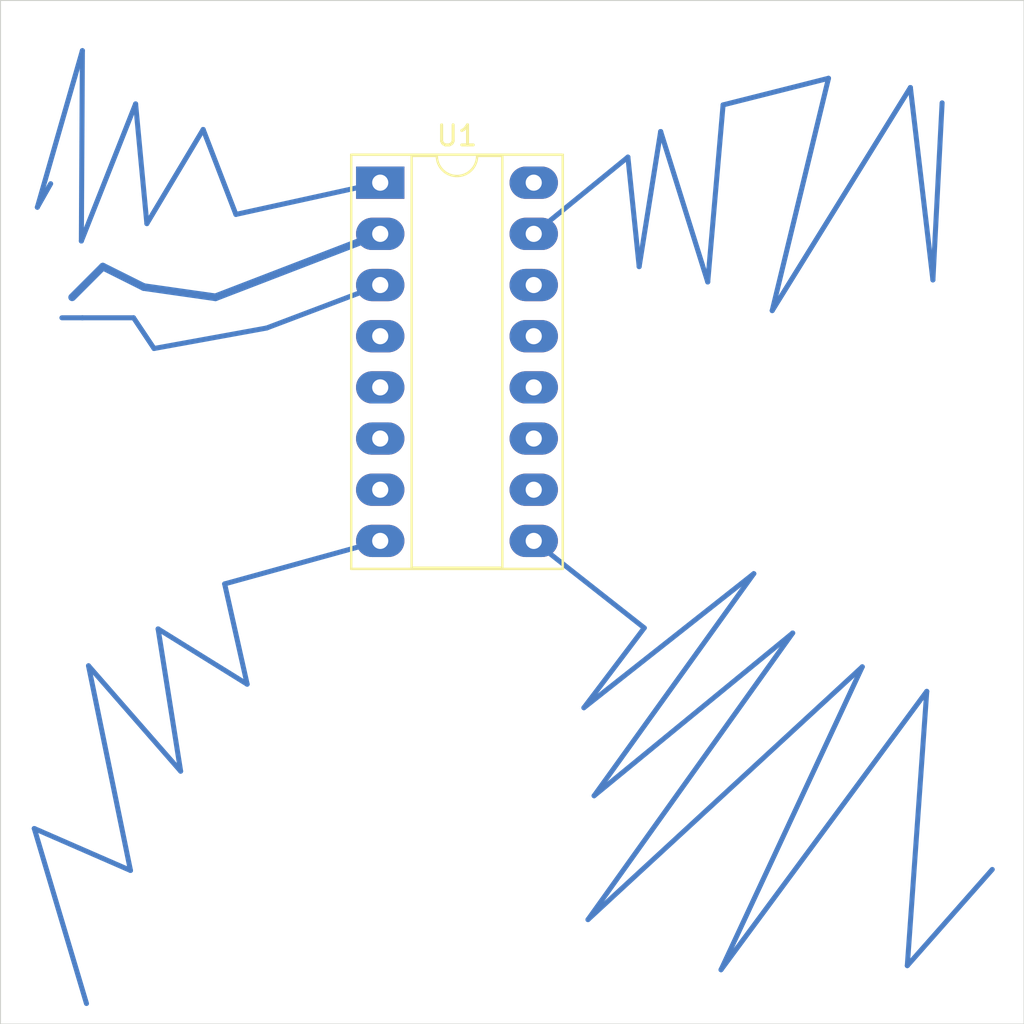
<source format=kicad_pcb>
(kicad_pcb (version 20171130) (host pcbnew "(5.1.4)-1")

  (general
    (thickness 1.6)
    (drawings 4)
    (tracks 46)
    (zones 0)
    (modules 1)
    (nets 17)
  )

  (page A4)
  (layers
    (0 F.Cu signal)
    (31 B.Cu signal)
    (32 B.Adhes user)
    (33 F.Adhes user)
    (34 B.Paste user)
    (35 F.Paste user)
    (36 B.SilkS user)
    (37 F.SilkS user)
    (38 B.Mask user)
    (39 F.Mask user)
    (40 Dwgs.User user)
    (41 Cmts.User user)
    (42 Eco1.User user)
    (43 Eco2.User user)
    (44 Edge.Cuts user)
    (45 Margin user)
    (46 B.CrtYd user)
    (47 F.CrtYd user)
    (48 B.Fab user)
    (49 F.Fab user)
  )

  (setup
    (last_trace_width 0.25)
    (user_trace_width 0.381)
    (trace_clearance 0.508)
    (zone_clearance 0.508)
    (zone_45_only no)
    (trace_min 0.2)
    (via_size 0.8)
    (via_drill 0.4)
    (via_min_size 0.4)
    (via_min_drill 0.3)
    (uvia_size 0.3)
    (uvia_drill 0.1)
    (uvias_allowed no)
    (uvia_min_size 0.2)
    (uvia_min_drill 0.1)
    (edge_width 0.05)
    (segment_width 0.2)
    (pcb_text_width 0.3)
    (pcb_text_size 1.5 1.5)
    (mod_edge_width 0.12)
    (mod_text_size 1 1)
    (mod_text_width 0.15)
    (pad_size 1.524 1.524)
    (pad_drill 0.762)
    (pad_to_mask_clearance 0.051)
    (solder_mask_min_width 0.25)
    (aux_axis_origin 0 0)
    (visible_elements FFFFFF7F)
    (pcbplotparams
      (layerselection 0x010fc_ffffffff)
      (usegerberextensions false)
      (usegerberattributes false)
      (usegerberadvancedattributes false)
      (creategerberjobfile false)
      (excludeedgelayer true)
      (linewidth 0.100000)
      (plotframeref false)
      (viasonmask false)
      (mode 1)
      (useauxorigin false)
      (hpglpennumber 1)
      (hpglpenspeed 20)
      (hpglpendiameter 15.000000)
      (psnegative false)
      (psa4output false)
      (plotreference true)
      (plotvalue true)
      (plotinvisibletext false)
      (padsonsilk false)
      (subtractmaskfromsilk false)
      (outputformat 1)
      (mirror false)
      (drillshape 1)
      (scaleselection 1)
      (outputdirectory ""))
  )

  (net 0 "")
  (net 1 "Net-(U1-Pad16)")
  (net 2 "Net-(U1-Pad15)")
  (net 3 "Net-(U1-Pad14)")
  (net 4 "Net-(U1-Pad13)")
  (net 5 "Net-(U1-Pad12)")
  (net 6 "Net-(U1-Pad11)")
  (net 7 "Net-(U1-Pad10)")
  (net 8 "Net-(U1-Pad9)")
  (net 9 "Net-(U1-Pad8)")
  (net 10 "Net-(U1-Pad7)")
  (net 11 "Net-(U1-Pad6)")
  (net 12 "Net-(U1-Pad5)")
  (net 13 "Net-(U1-Pad4)")
  (net 14 "Net-(U1-Pad3)")
  (net 15 "Net-(U1-Pad2)")
  (net 16 "Net-(U1-Pad1)")

  (net_class Default "This is the default net class."
    (clearance 0.508)
    (trace_width 0.25)
    (via_dia 0.8)
    (via_drill 0.4)
    (uvia_dia 0.3)
    (uvia_drill 0.1)
    (add_net "Net-(U1-Pad1)")
    (add_net "Net-(U1-Pad10)")
    (add_net "Net-(U1-Pad11)")
    (add_net "Net-(U1-Pad12)")
    (add_net "Net-(U1-Pad13)")
    (add_net "Net-(U1-Pad14)")
    (add_net "Net-(U1-Pad15)")
    (add_net "Net-(U1-Pad16)")
    (add_net "Net-(U1-Pad2)")
    (add_net "Net-(U1-Pad3)")
    (add_net "Net-(U1-Pad4)")
    (add_net "Net-(U1-Pad5)")
    (add_net "Net-(U1-Pad6)")
    (add_net "Net-(U1-Pad7)")
    (add_net "Net-(U1-Pad8)")
    (add_net "Net-(U1-Pad9)")
  )

  (module Package_DIP:DIP-16_W7.62mm_Socket_LongPads (layer F.Cu) (tedit 5A02E8C5) (tstamp 635F9643)
    (at 120.4468 59.8424)
    (descr "16-lead though-hole mounted DIP package, row spacing 7.62 mm (300 mils), Socket, LongPads")
    (tags "THT DIP DIL PDIP 2.54mm 7.62mm 300mil Socket LongPads")
    (path /63B0E840)
    (fp_text reference U1 (at 3.81 -2.33) (layer F.SilkS)
      (effects (font (size 1 1) (thickness 0.15)))
    )
    (fp_text value 4017 (at 3.81 20.11) (layer F.Fab)
      (effects (font (size 1 1) (thickness 0.15)))
    )
    (fp_text user %R (at 3.81 8.89) (layer F.Fab)
      (effects (font (size 1 1) (thickness 0.15)))
    )
    (fp_line (start 9.15 -1.6) (end -1.55 -1.6) (layer F.CrtYd) (width 0.05))
    (fp_line (start 9.15 19.4) (end 9.15 -1.6) (layer F.CrtYd) (width 0.05))
    (fp_line (start -1.55 19.4) (end 9.15 19.4) (layer F.CrtYd) (width 0.05))
    (fp_line (start -1.55 -1.6) (end -1.55 19.4) (layer F.CrtYd) (width 0.05))
    (fp_line (start 9.06 -1.39) (end -1.44 -1.39) (layer F.SilkS) (width 0.12))
    (fp_line (start 9.06 19.17) (end 9.06 -1.39) (layer F.SilkS) (width 0.12))
    (fp_line (start -1.44 19.17) (end 9.06 19.17) (layer F.SilkS) (width 0.12))
    (fp_line (start -1.44 -1.39) (end -1.44 19.17) (layer F.SilkS) (width 0.12))
    (fp_line (start 6.06 -1.33) (end 4.81 -1.33) (layer F.SilkS) (width 0.12))
    (fp_line (start 6.06 19.11) (end 6.06 -1.33) (layer F.SilkS) (width 0.12))
    (fp_line (start 1.56 19.11) (end 6.06 19.11) (layer F.SilkS) (width 0.12))
    (fp_line (start 1.56 -1.33) (end 1.56 19.11) (layer F.SilkS) (width 0.12))
    (fp_line (start 2.81 -1.33) (end 1.56 -1.33) (layer F.SilkS) (width 0.12))
    (fp_line (start 8.89 -1.33) (end -1.27 -1.33) (layer F.Fab) (width 0.1))
    (fp_line (start 8.89 19.11) (end 8.89 -1.33) (layer F.Fab) (width 0.1))
    (fp_line (start -1.27 19.11) (end 8.89 19.11) (layer F.Fab) (width 0.1))
    (fp_line (start -1.27 -1.33) (end -1.27 19.11) (layer F.Fab) (width 0.1))
    (fp_line (start 0.635 -0.27) (end 1.635 -1.27) (layer F.Fab) (width 0.1))
    (fp_line (start 0.635 19.05) (end 0.635 -0.27) (layer F.Fab) (width 0.1))
    (fp_line (start 6.985 19.05) (end 0.635 19.05) (layer F.Fab) (width 0.1))
    (fp_line (start 6.985 -1.27) (end 6.985 19.05) (layer F.Fab) (width 0.1))
    (fp_line (start 1.635 -1.27) (end 6.985 -1.27) (layer F.Fab) (width 0.1))
    (fp_arc (start 3.81 -1.33) (end 2.81 -1.33) (angle -180) (layer F.SilkS) (width 0.12))
    (pad 16 thru_hole oval (at 7.62 0) (size 2.4 1.6) (drill 0.8) (layers *.Cu *.Mask)
      (net 1 "Net-(U1-Pad16)"))
    (pad 8 thru_hole oval (at 0 17.78) (size 2.4 1.6) (drill 0.8) (layers *.Cu *.Mask)
      (net 9 "Net-(U1-Pad8)"))
    (pad 15 thru_hole oval (at 7.62 2.54) (size 2.4 1.6) (drill 0.8) (layers *.Cu *.Mask)
      (net 2 "Net-(U1-Pad15)"))
    (pad 7 thru_hole oval (at 0 15.24) (size 2.4 1.6) (drill 0.8) (layers *.Cu *.Mask)
      (net 10 "Net-(U1-Pad7)"))
    (pad 14 thru_hole oval (at 7.62 5.08) (size 2.4 1.6) (drill 0.8) (layers *.Cu *.Mask)
      (net 3 "Net-(U1-Pad14)"))
    (pad 6 thru_hole oval (at 0 12.7) (size 2.4 1.6) (drill 0.8) (layers *.Cu *.Mask)
      (net 11 "Net-(U1-Pad6)"))
    (pad 13 thru_hole oval (at 7.62 7.62) (size 2.4 1.6) (drill 0.8) (layers *.Cu *.Mask)
      (net 4 "Net-(U1-Pad13)"))
    (pad 5 thru_hole oval (at 0 10.16) (size 2.4 1.6) (drill 0.8) (layers *.Cu *.Mask)
      (net 12 "Net-(U1-Pad5)"))
    (pad 12 thru_hole oval (at 7.62 10.16) (size 2.4 1.6) (drill 0.8) (layers *.Cu *.Mask)
      (net 5 "Net-(U1-Pad12)"))
    (pad 4 thru_hole oval (at 0 7.62) (size 2.4 1.6) (drill 0.8) (layers *.Cu *.Mask)
      (net 13 "Net-(U1-Pad4)"))
    (pad 11 thru_hole oval (at 7.62 12.7) (size 2.4 1.6) (drill 0.8) (layers *.Cu *.Mask)
      (net 6 "Net-(U1-Pad11)"))
    (pad 3 thru_hole oval (at 0 5.08) (size 2.4 1.6) (drill 0.8) (layers *.Cu *.Mask)
      (net 14 "Net-(U1-Pad3)"))
    (pad 10 thru_hole oval (at 7.62 15.24) (size 2.4 1.6) (drill 0.8) (layers *.Cu *.Mask)
      (net 7 "Net-(U1-Pad10)"))
    (pad 2 thru_hole oval (at 0 2.54) (size 2.4 1.6) (drill 0.8) (layers *.Cu *.Mask)
      (net 15 "Net-(U1-Pad2)"))
    (pad 9 thru_hole oval (at 7.62 17.78) (size 2.4 1.6) (drill 0.8) (layers *.Cu *.Mask)
      (net 8 "Net-(U1-Pad9)"))
    (pad 1 thru_hole rect (at 0 0) (size 2.4 1.6) (drill 0.8) (layers *.Cu *.Mask)
      (net 16 "Net-(U1-Pad1)"))
    (model ${KISYS3DMOD}/Package_DIP.3dshapes/DIP-16_W7.62mm_Socket.wrl
      (at (xyz 0 0 0))
      (scale (xyz 1 1 1))
      (rotate (xyz 0 0 0))
    )
  )

  (gr_line (start 152.4 50.8) (end 101.6 50.8) (layer Edge.Cuts) (width 0.05) (tstamp 635F9585))
  (gr_line (start 152.4 101.6) (end 152.4 50.8) (layer Edge.Cuts) (width 0.05))
  (gr_line (start 101.6 101.6) (end 152.4 101.6) (layer Edge.Cuts) (width 0.05))
  (gr_line (start 101.6 50.8) (end 101.6 101.6) (layer Edge.Cuts) (width 0.05))

  (segment (start 128.0668 62.3824) (end 132.7404 58.5724) (width 0.25) (layer B.Cu) (net 2))
  (segment (start 132.7404 58.5724) (end 133.2992 64.008) (width 0.25) (layer B.Cu) (net 2))
  (segment (start 133.2992 64.008) (end 134.366 57.3024) (width 0.25) (layer B.Cu) (net 2))
  (segment (start 134.366 57.3024) (end 136.7028 64.77) (width 0.25) (layer B.Cu) (net 2))
  (segment (start 136.7028 64.77) (end 137.4648 55.9816) (width 0.25) (layer B.Cu) (net 2))
  (segment (start 137.4648 55.9816) (end 142.6972 54.6608) (width 0.25) (layer B.Cu) (net 2))
  (segment (start 142.6972 54.6608) (end 139.9032 66.1924) (width 0.25) (layer B.Cu) (net 2))
  (segment (start 139.9032 66.1924) (end 146.7612 55.118) (width 0.25) (layer B.Cu) (net 2))
  (segment (start 146.7612 55.118) (end 147.8788 64.6684) (width 0.25) (layer B.Cu) (net 2))
  (segment (start 147.8788 64.6684) (end 148.336 55.88) (width 0.25) (layer B.Cu) (net 2))
  (segment (start 128.0668 77.6224) (end 133.5532 81.9404) (width 0.25) (layer B.Cu) (net 8))
  (segment (start 133.5532 81.9404) (end 130.556 85.9028) (width 0.25) (layer B.Cu) (net 8))
  (segment (start 130.556 85.9028) (end 138.9888 79.248) (width 0.25) (layer B.Cu) (net 8))
  (segment (start 138.9888 79.248) (end 131.064 90.2716) (width 0.25) (layer B.Cu) (net 8))
  (segment (start 131.064 90.2716) (end 140.9192 82.1944) (width 0.25) (layer B.Cu) (net 8))
  (segment (start 140.9192 82.1944) (end 130.7592 96.4184) (width 0.25) (layer B.Cu) (net 8))
  (segment (start 130.7592 96.4184) (end 144.3736 83.8708) (width 0.25) (layer B.Cu) (net 8))
  (segment (start 144.3736 83.8708) (end 137.3632 98.9076) (width 0.25) (layer B.Cu) (net 8))
  (segment (start 137.3632 98.9076) (end 147.574 85.09) (width 0.25) (layer B.Cu) (net 8))
  (segment (start 147.574 85.09) (end 146.6088 98.7044) (width 0.25) (layer B.Cu) (net 8))
  (segment (start 146.6088 98.7044) (end 150.8252 93.9292) (width 0.25) (layer B.Cu) (net 8))
  (segment (start 120.4468 77.6224) (end 112.7252 79.756) (width 0.25) (layer B.Cu) (net 9))
  (segment (start 112.7252 79.756) (end 113.8428 84.7344) (width 0.25) (layer B.Cu) (net 9))
  (segment (start 113.8428 84.7344) (end 109.4232 81.9912) (width 0.25) (layer B.Cu) (net 9))
  (segment (start 109.4232 81.9912) (end 110.5408 89.0524) (width 0.25) (layer B.Cu) (net 9))
  (segment (start 110.5408 89.0524) (end 105.9688 83.82) (width 0.25) (layer B.Cu) (net 9))
  (segment (start 105.9688 83.82) (end 108.0516 93.98) (width 0.25) (layer B.Cu) (net 9))
  (segment (start 108.0516 93.98) (end 103.2764 91.8972) (width 0.25) (layer B.Cu) (net 9))
  (segment (start 103.2764 91.8972) (end 105.8672 100.584) (width 0.25) (layer B.Cu) (net 9))
  (segment (start 120.4468 64.9224) (end 114.808 67.056) (width 0.25) (layer B.Cu) (net 14))
  (segment (start 114.808 67.056) (end 109.22 68.072) (width 0.25) (layer B.Cu) (net 14))
  (segment (start 109.22 68.072) (end 108.204 66.548) (width 0.25) (layer B.Cu) (net 14))
  (segment (start 108.204 66.548) (end 105.664 66.548) (width 0.25) (layer B.Cu) (net 14))
  (segment (start 105.664 66.548) (end 104.648 66.548) (width 0.25) (layer B.Cu) (net 14))
  (segment (start 120.4468 62.3824) (end 112.268 65.532) (width 0.381) (layer B.Cu) (net 15))
  (segment (start 112.268 65.532) (end 108.712 65.024) (width 0.381) (layer B.Cu) (net 15))
  (segment (start 108.712 65.024) (end 106.68 64.008) (width 0.381) (layer B.Cu) (net 15))
  (segment (start 106.68 64.008) (end 105.156 65.532) (width 0.381) (layer B.Cu) (net 15))
  (segment (start 120.4468 59.8424) (end 113.284 61.4172) (width 0.25) (layer B.Cu) (net 16))
  (segment (start 113.284 61.4172) (end 111.6584 57.2008) (width 0.25) (layer B.Cu) (net 16))
  (segment (start 111.6584 57.2008) (end 108.8644 61.8744) (width 0.25) (layer B.Cu) (net 16))
  (segment (start 108.8644 61.8744) (end 108.3056 55.9308) (width 0.25) (layer B.Cu) (net 16))
  (segment (start 108.3056 55.9308) (end 105.6132 62.738) (width 0.25) (layer B.Cu) (net 16))
  (segment (start 105.6132 62.738) (end 105.664 53.2892) (width 0.25) (layer B.Cu) (net 16))
  (segment (start 105.664 53.2892) (end 103.4288 61.0616) (width 0.25) (layer B.Cu) (net 16))
  (segment (start 103.4288 61.0616) (end 104.0892 59.8932) (width 0.25) (layer B.Cu) (net 16))

)

</source>
